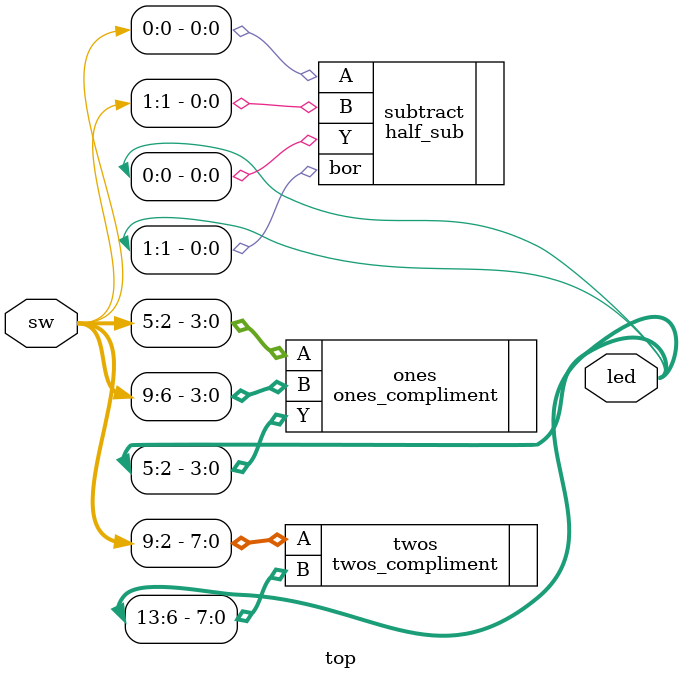
<source format=v>
module top(
    input [9:0]sw,
    output [13:0] led
   );
   
half_sub subtract(   
   .A(sw[0]),
   .B(sw[1]),
   .Y(led[0]),
   .bor(led[1])
  );


ones_compliment ones (
    .A(sw[5:2]),
    .B(sw[9:6]),
    .Y(led[5:2])
    
);

twos_compliment twos (
    .A(sw[9:2]),
    .B(led[13:6])
 );
   endmodule
    
</source>
